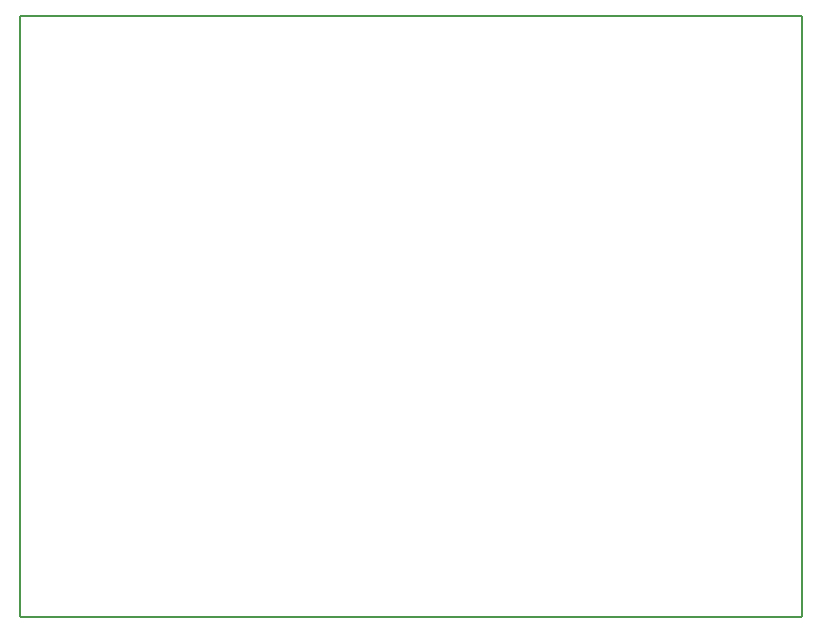
<source format=gm1>
%FSLAX25Y25*%
%MOIN*%
G70*
G01*
G75*
G04 Layer_Color=16711935*
%ADD10R,0.04724X0.13780*%
G04:AMPARAMS|DCode=11|XSize=17.72mil|YSize=39.37mil|CornerRadius=4.43mil|HoleSize=0mil|Usage=FLASHONLY|Rotation=180.000|XOffset=0mil|YOffset=0mil|HoleType=Round|Shape=RoundedRectangle|*
%AMROUNDEDRECTD11*
21,1,0.01772,0.03051,0,0,180.0*
21,1,0.00886,0.03937,0,0,180.0*
1,1,0.00886,-0.00443,0.01526*
1,1,0.00886,0.00443,0.01526*
1,1,0.00886,0.00443,-0.01526*
1,1,0.00886,-0.00443,-0.01526*
%
%ADD11ROUNDEDRECTD11*%
%ADD12R,0.01772X0.03937*%
%ADD13R,0.03937X0.01772*%
%ADD14R,0.01969X0.09055*%
%ADD15R,0.05118X0.06102*%
%ADD16R,0.02756X0.02362*%
%ADD17R,0.02165X0.05906*%
%ADD18R,0.02362X0.02756*%
%ADD19R,0.03937X0.04331*%
%ADD20R,0.02362X0.01969*%
%ADD21R,0.02756X0.03543*%
%ADD22R,0.04331X0.03937*%
%ADD23R,0.03543X0.02756*%
%ADD24R,0.01969X0.02362*%
%ADD25R,0.25000X0.50000*%
%ADD26C,0.01000*%
%ADD27C,0.10000*%
%ADD28R,0.07874X0.09843*%
%ADD29C,0.07400*%
%ADD30C,0.05512*%
%ADD31R,0.05500X0.05500*%
%ADD32C,0.06000*%
%ADD33R,0.05118X0.05118*%
%ADD34R,0.05906X0.05906*%
%ADD35C,0.03500*%
%ADD36C,0.19500*%
%ADD37C,0.03543*%
%ADD38C,0.03000*%
%ADD39C,0.00500*%
%ADD40R,0.05524X0.14579*%
G04:AMPARAMS|DCode=41|XSize=25.72mil|YSize=47.37mil|CornerRadius=8.43mil|HoleSize=0mil|Usage=FLASHONLY|Rotation=180.000|XOffset=0mil|YOffset=0mil|HoleType=Round|Shape=RoundedRectangle|*
%AMROUNDEDRECTD41*
21,1,0.02572,0.03051,0,0,180.0*
21,1,0.00886,0.04737,0,0,180.0*
1,1,0.01686,-0.00443,0.01526*
1,1,0.01686,0.00443,0.01526*
1,1,0.01686,0.00443,-0.01526*
1,1,0.01686,-0.00443,-0.01526*
%
%ADD41ROUNDEDRECTD41*%
%ADD42R,0.02572X0.04737*%
%ADD43R,0.04737X0.02572*%
%ADD44R,0.02769X0.09855*%
%ADD45R,0.05918X0.06902*%
%ADD46R,0.03556X0.03162*%
%ADD47R,0.02965X0.06706*%
%ADD48R,0.03162X0.03556*%
%ADD49R,0.04737X0.05131*%
%ADD50R,0.03162X0.02769*%
%ADD51R,0.03556X0.04343*%
%ADD52R,0.05131X0.04737*%
%ADD53R,0.04343X0.03556*%
%ADD54R,0.02769X0.03162*%
%ADD55R,0.25800X0.50800*%
%ADD56C,0.08200*%
%ADD57C,0.06312*%
%ADD58R,0.06300X0.06300*%
%ADD59C,0.06800*%
%ADD60R,0.05918X0.05918*%
%ADD61R,0.06706X0.06706*%
%ADD62C,0.04300*%
%ADD63C,0.20300*%
%ADD64C,0.04343*%
D39*
X260250Y200000D02*
G03*
X260000Y200250I-250J0D01*
G01*
X260250Y200000D02*
G03*
X260000Y200250I-250J0D01*
G01*
Y-250D02*
G03*
X260250Y0I0J250D01*
G01*
X260000Y-250D02*
G03*
X260250Y0I0J250D01*
G01*
X0Y200250D02*
G03*
X-250Y200000I0J-250D01*
G01*
X0Y200250D02*
G03*
X-250Y200000I0J-250D01*
G01*
Y0D02*
G03*
X0Y-250I250J0D01*
G01*
X-250Y0D02*
G03*
X0Y-250I250J0D01*
G01*
X260250Y0D02*
Y200000D01*
X0Y200250D02*
X260000D01*
X0Y-250D02*
X260000D01*
X-250Y0D02*
Y200000D01*
M02*

</source>
